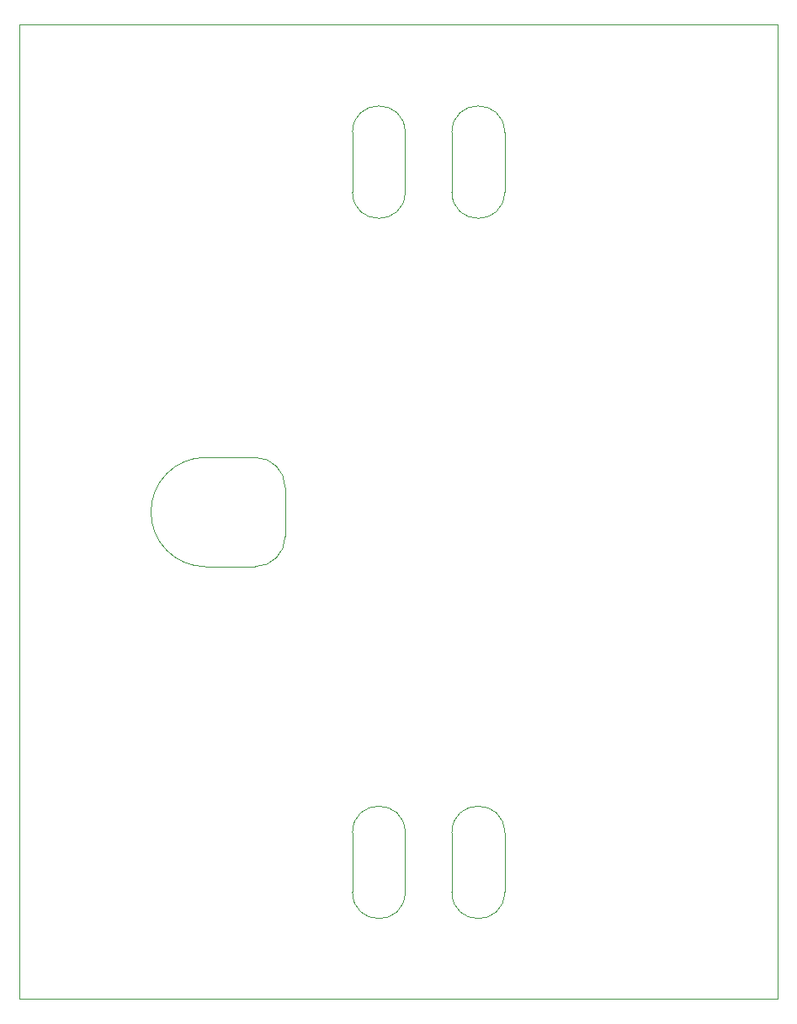
<source format=gbr>
%TF.GenerationSoftware,KiCad,Pcbnew,9.0.0*%
%TF.CreationDate,2025-05-06T20:13:05-04:00*%
%TF.ProjectId,xy_faces_CUpayload_v2,78795f66-6163-4657-935f-43557061796c,3.0*%
%TF.SameCoordinates,Original*%
%TF.FileFunction,Profile,NP*%
%FSLAX46Y46*%
G04 Gerber Fmt 4.6, Leading zero omitted, Abs format (unit mm)*
G04 Created by KiCad (PCBNEW 9.0.0) date 2025-05-06 20:13:05*
%MOMM*%
%LPD*%
G01*
G04 APERTURE LIST*
%TA.AperFunction,Profile*%
%ADD10C,0.050000*%
%TD*%
%TA.AperFunction,Profile*%
%ADD11C,0.100000*%
%TD*%
G04 APERTURE END LIST*
D10*
X136850000Y-153000000D02*
X136850000Y-147000000D01*
X142150000Y-153000000D02*
X142150000Y-147000000D01*
X146850000Y-147000000D02*
X146850000Y-153000000D01*
X152150000Y-153000000D02*
X152150000Y-147000000D01*
X142150000Y-76600000D02*
X142150000Y-82600000D01*
X136850000Y-76600000D02*
X136850000Y-82600000D01*
X146850000Y-76600000D02*
X146850000Y-82600000D01*
X152150000Y-76600000D02*
X152150000Y-82600000D01*
X142150000Y-82600000D02*
G75*
G02*
X136850000Y-82600000I-2650000J0D01*
G01*
D11*
X103350000Y-65750000D02*
X179650000Y-65750000D01*
X179650000Y-163750000D01*
X103350000Y-163750000D01*
X103350000Y-65750000D01*
D10*
X130075000Y-117262500D02*
G75*
G02*
X127075000Y-120262500I-3000000J0D01*
G01*
X146850000Y-76600000D02*
G75*
G02*
X152150000Y-76600000I2650000J0D01*
G01*
X136850000Y-76600000D02*
G75*
G02*
X142150000Y-76600000I2650000J0D01*
G01*
X122050000Y-120262500D02*
G75*
G02*
X122075000Y-109287500I12500J5487500D01*
G01*
X136850000Y-147000000D02*
G75*
G02*
X142150000Y-147000000I2650000J0D01*
G01*
X122050000Y-120262500D02*
X127075000Y-120262500D01*
X142150000Y-153000000D02*
G75*
G02*
X136850000Y-153000000I-2650000J0D01*
G01*
X146850000Y-147000000D02*
G75*
G02*
X152150000Y-147000000I2650000J0D01*
G01*
X152150000Y-153000000D02*
G75*
G02*
X146850000Y-153000000I-2650000J0D01*
G01*
X122075000Y-109287500D02*
X127075000Y-109287500D01*
X130075000Y-117262500D02*
X130075000Y-112287500D01*
X152150000Y-82600000D02*
G75*
G02*
X146850000Y-82600000I-2650000J0D01*
G01*
X127075000Y-109287500D02*
G75*
G02*
X130075000Y-112287500I0J-3000000D01*
G01*
M02*

</source>
